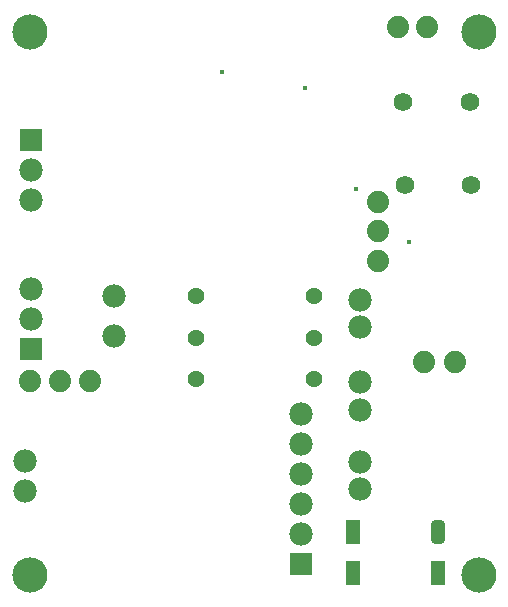
<source format=gbs>
G04*
G04 #@! TF.GenerationSoftware,Altium Limited,Altium Designer,19.0.4 (130)*
G04*
G04 Layer_Color=16711935*
%FSLAX25Y25*%
%MOIN*%
G70*
G01*
G75*
%ADD20C,0.07402*%
G04:AMPARAMS|DCode=21|XSize=77.95mil|YSize=46.46mil|CornerRadius=0mil|HoleSize=0mil|Usage=FLASHONLY|Rotation=270.000|XOffset=0mil|YOffset=0mil|HoleType=Round|Shape=RoundedRectangle|*
%AMROUNDEDRECTD21*
21,1,0.07795,0.04646,0,0,270.0*
21,1,0.07795,0.04646,0,0,270.0*
1,1,0.00000,-0.02323,-0.03898*
1,1,0.00000,-0.02323,0.03898*
1,1,0.00000,0.02323,0.03898*
1,1,0.00000,0.02323,-0.03898*
%
%ADD21ROUNDEDRECTD21*%
G04:AMPARAMS|DCode=22|XSize=77.95mil|YSize=46.46mil|CornerRadius=11.42mil|HoleSize=0mil|Usage=FLASHONLY|Rotation=270.000|XOffset=0mil|YOffset=0mil|HoleType=Round|Shape=RoundedRectangle|*
%AMROUNDEDRECTD22*
21,1,0.07795,0.02362,0,0,270.0*
21,1,0.05512,0.04646,0,0,270.0*
1,1,0.02284,-0.01181,-0.02756*
1,1,0.02284,-0.01181,0.02756*
1,1,0.02284,0.01181,0.02756*
1,1,0.02284,0.01181,-0.02756*
%
%ADD22ROUNDEDRECTD22*%
%ADD23R,0.07795X0.07795*%
%ADD24C,0.07795*%
%ADD25C,0.05630*%
%ADD26C,0.06221*%
%ADD27C,0.01496*%
%ADD28C,0.11732*%
D20*
X140157Y190551D02*
D03*
X130709D02*
D03*
X149606Y78740D02*
D03*
X139370D02*
D03*
X124016Y132283D02*
D03*
Y122441D02*
D03*
Y112441D02*
D03*
X28110Y72441D02*
D03*
X18110D02*
D03*
X8110D02*
D03*
D21*
X115748Y22220D02*
D03*
X144095Y8559D02*
D03*
X115748D02*
D03*
D22*
X144095Y22220D02*
D03*
D23*
X98425Y11496D02*
D03*
X8268Y83307D02*
D03*
Y152913D02*
D03*
D24*
X98425Y21496D02*
D03*
Y31496D02*
D03*
Y41496D02*
D03*
Y51496D02*
D03*
Y61496D02*
D03*
X8268Y103307D02*
D03*
Y93307D02*
D03*
Y132913D02*
D03*
Y142913D02*
D03*
X35827Y87402D02*
D03*
Y100787D02*
D03*
X118110Y45669D02*
D03*
Y36614D02*
D03*
Y62992D02*
D03*
Y72047D02*
D03*
Y99606D02*
D03*
Y90551D02*
D03*
X6299Y45866D02*
D03*
Y35945D02*
D03*
D25*
X102756Y100787D02*
D03*
X63386D02*
D03*
X102756Y73228D02*
D03*
X63386D02*
D03*
X102756Y87008D02*
D03*
X63386D02*
D03*
D26*
X132874Y137795D02*
D03*
X155118D02*
D03*
X154527Y165354D02*
D03*
X132283D02*
D03*
D27*
X134252Y118898D02*
D03*
X116535Y136614D02*
D03*
X99606Y170079D02*
D03*
X72047Y175591D02*
D03*
D28*
X7874Y188976D02*
D03*
X157480Y7874D02*
D03*
Y188976D02*
D03*
X7874Y7874D02*
D03*
M02*

</source>
